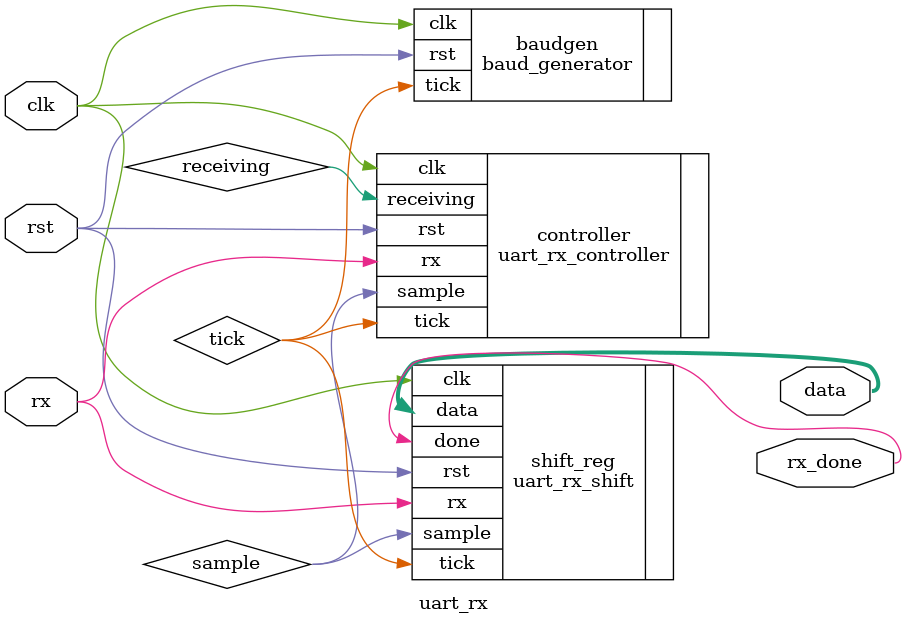
<source format=v>
module uart_rx (
    input wire clk,
    input wire rst,
    input wire rx,
    output wire [7:0] data,
    output wire rx_done
);
    wire tick, sample, receiving;

    baud_generator #(.BAUD_RATE(9600), .CLK_FREQ(50000000)) baudgen (
        .clk(clk), .rst(rst), .tick(tick)
    );

    uart_rx_controller controller (
        .clk(clk), .rst(rst), .rx(rx), .tick(tick), .sample(sample), .receiving(receiving)
    );

    uart_rx_shift shift_reg (
        .clk(clk), .rst(rst), .tick(tick), .sample(sample), .rx(rx), 
        .data(data), .done(rx_done)
    );

endmodule

</source>
